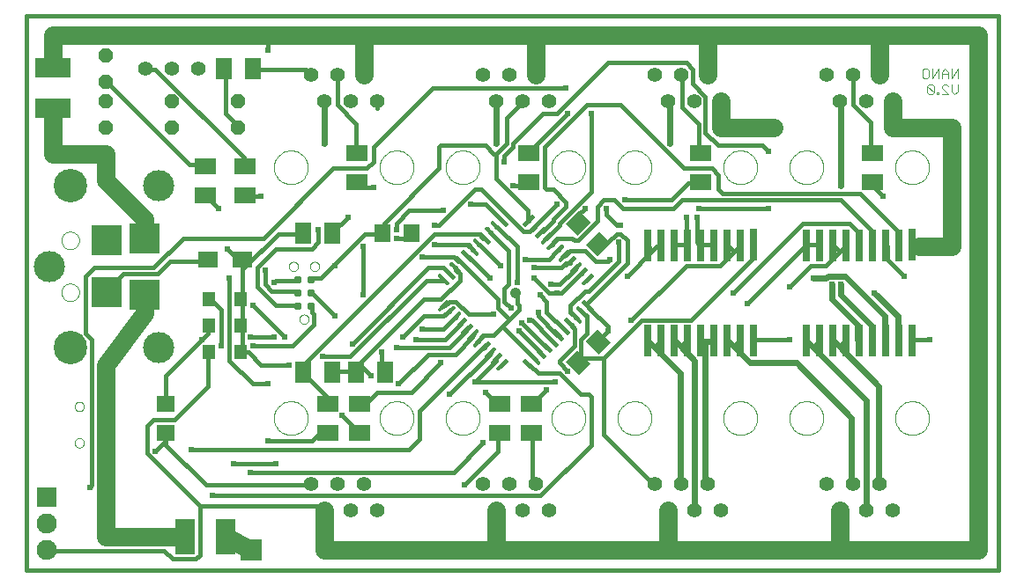
<source format=gbl>
G75*
G70*
%OFA0B0*%
%FSLAX24Y24*%
%IPPOS*%
%LPD*%
%AMOC8*
5,1,8,0,0,1.08239X$1,22.5*
%
%ADD10C,0.0160*%
%ADD11C,0.0030*%
%ADD12C,0.0310*%
%ADD13C,0.0000*%
%ADD14R,0.0760X0.0760*%
%ADD15C,0.0760*%
%ADD16R,0.0630X0.0787*%
%ADD17R,0.0630X0.0709*%
%ADD18C,0.0554*%
%ADD19R,0.0787X0.0630*%
%ADD20R,0.0260X0.1200*%
%ADD21C,0.1181*%
%ADD22C,0.1266*%
%ADD23R,0.1181X0.1181*%
%ADD24OC8,0.0520*%
%ADD25R,0.1339X0.0748*%
%ADD26R,0.0748X0.1339*%
%ADD27R,0.0748X0.0630*%
%ADD28R,0.0472X0.0551*%
%ADD29R,0.0709X0.0630*%
%ADD30C,0.0551*%
%ADD31C,0.0142*%
%ADD32C,0.0394*%
%ADD33C,0.0180*%
%ADD34C,0.0300*%
%ADD35C,0.0700*%
%ADD36C,0.0240*%
%ADD37R,0.0827X0.0827*%
%ADD38C,0.0240*%
D10*
X000620Y000267D02*
X037370Y000267D01*
X037370Y021267D01*
X000620Y021267D01*
X000620Y000267D01*
D11*
X034504Y018943D02*
X034504Y019190D01*
X034565Y019252D01*
X034689Y019252D01*
X034750Y019190D01*
X034750Y018943D01*
X034689Y018882D01*
X034565Y018882D01*
X034504Y018943D01*
X034872Y018882D02*
X034872Y019252D01*
X035119Y019252D02*
X034872Y018882D01*
X034873Y018652D02*
X034749Y018652D01*
X034688Y018590D01*
X034935Y018343D01*
X034873Y018282D01*
X034749Y018282D01*
X034688Y018343D01*
X034688Y018590D01*
X034873Y018652D02*
X034935Y018590D01*
X034935Y018343D01*
X035057Y018343D02*
X035057Y018282D01*
X035119Y018282D01*
X035119Y018343D01*
X035057Y018343D01*
X035240Y018282D02*
X035487Y018282D01*
X035240Y018529D01*
X035240Y018590D01*
X035302Y018652D01*
X035425Y018652D01*
X035487Y018590D01*
X035608Y018652D02*
X035608Y018405D01*
X035732Y018282D01*
X035855Y018405D01*
X035855Y018652D01*
X035855Y018882D02*
X035855Y019252D01*
X035608Y018882D01*
X035608Y019252D01*
X035487Y019129D02*
X035364Y019252D01*
X035240Y019129D01*
X035240Y018882D01*
X035119Y018882D02*
X035119Y019252D01*
X035240Y019067D02*
X035487Y019067D01*
X035487Y019129D02*
X035487Y018882D01*
D12*
X011370Y011267D03*
X010870Y011267D03*
X010870Y010767D03*
X010870Y010267D03*
X011370Y010267D03*
X011370Y010767D03*
D13*
X010945Y009767D02*
X010947Y009793D01*
X010953Y009819D01*
X010962Y009843D01*
X010975Y009866D01*
X010992Y009886D01*
X011011Y009904D01*
X011033Y009919D01*
X011056Y009930D01*
X011081Y009938D01*
X011107Y009942D01*
X011133Y009942D01*
X011159Y009938D01*
X011184Y009930D01*
X011208Y009919D01*
X011229Y009904D01*
X011248Y009886D01*
X011265Y009866D01*
X011278Y009843D01*
X011287Y009819D01*
X011293Y009793D01*
X011295Y009767D01*
X011293Y009741D01*
X011287Y009715D01*
X011278Y009691D01*
X011265Y009668D01*
X011248Y009648D01*
X011229Y009630D01*
X011207Y009615D01*
X011184Y009604D01*
X011159Y009596D01*
X011133Y009592D01*
X011107Y009592D01*
X011081Y009596D01*
X011056Y009604D01*
X011032Y009615D01*
X011011Y009630D01*
X010992Y009648D01*
X010975Y009668D01*
X010962Y009691D01*
X010953Y009715D01*
X010947Y009741D01*
X010945Y009767D01*
X010545Y011767D02*
X010547Y011793D01*
X010553Y011819D01*
X010562Y011843D01*
X010575Y011866D01*
X010592Y011886D01*
X010611Y011904D01*
X010633Y011919D01*
X010656Y011930D01*
X010681Y011938D01*
X010707Y011942D01*
X010733Y011942D01*
X010759Y011938D01*
X010784Y011930D01*
X010808Y011919D01*
X010829Y011904D01*
X010848Y011886D01*
X010865Y011866D01*
X010878Y011843D01*
X010887Y011819D01*
X010893Y011793D01*
X010895Y011767D01*
X010893Y011741D01*
X010887Y011715D01*
X010878Y011691D01*
X010865Y011668D01*
X010848Y011648D01*
X010829Y011630D01*
X010807Y011615D01*
X010784Y011604D01*
X010759Y011596D01*
X010733Y011592D01*
X010707Y011592D01*
X010681Y011596D01*
X010656Y011604D01*
X010632Y011615D01*
X010611Y011630D01*
X010592Y011648D01*
X010575Y011668D01*
X010562Y011691D01*
X010553Y011715D01*
X010547Y011741D01*
X010545Y011767D01*
X011345Y011767D02*
X011347Y011793D01*
X011353Y011819D01*
X011362Y011843D01*
X011375Y011866D01*
X011392Y011886D01*
X011411Y011904D01*
X011433Y011919D01*
X011456Y011930D01*
X011481Y011938D01*
X011507Y011942D01*
X011533Y011942D01*
X011559Y011938D01*
X011584Y011930D01*
X011608Y011919D01*
X011629Y011904D01*
X011648Y011886D01*
X011665Y011866D01*
X011678Y011843D01*
X011687Y011819D01*
X011693Y011793D01*
X011695Y011767D01*
X011693Y011741D01*
X011687Y011715D01*
X011678Y011691D01*
X011665Y011668D01*
X011648Y011648D01*
X011629Y011630D01*
X011607Y011615D01*
X011584Y011604D01*
X011559Y011596D01*
X011533Y011592D01*
X011507Y011592D01*
X011481Y011596D01*
X011456Y011604D01*
X011432Y011615D01*
X011411Y011630D01*
X011392Y011648D01*
X011375Y011668D01*
X011362Y011691D01*
X011353Y011715D01*
X011347Y011741D01*
X011345Y011767D01*
X009980Y015517D02*
X009982Y015567D01*
X009988Y015617D01*
X009998Y015666D01*
X010011Y015715D01*
X010029Y015762D01*
X010050Y015808D01*
X010074Y015851D01*
X010102Y015893D01*
X010133Y015933D01*
X010167Y015970D01*
X010204Y016004D01*
X010244Y016035D01*
X010286Y016063D01*
X010329Y016087D01*
X010375Y016108D01*
X010422Y016126D01*
X010471Y016139D01*
X010520Y016149D01*
X010570Y016155D01*
X010620Y016157D01*
X010670Y016155D01*
X010720Y016149D01*
X010769Y016139D01*
X010818Y016126D01*
X010865Y016108D01*
X010911Y016087D01*
X010954Y016063D01*
X010996Y016035D01*
X011036Y016004D01*
X011073Y015970D01*
X011107Y015933D01*
X011138Y015893D01*
X011166Y015851D01*
X011190Y015808D01*
X011211Y015762D01*
X011229Y015715D01*
X011242Y015666D01*
X011252Y015617D01*
X011258Y015567D01*
X011260Y015517D01*
X011258Y015467D01*
X011252Y015417D01*
X011242Y015368D01*
X011229Y015319D01*
X011211Y015272D01*
X011190Y015226D01*
X011166Y015183D01*
X011138Y015141D01*
X011107Y015101D01*
X011073Y015064D01*
X011036Y015030D01*
X010996Y014999D01*
X010954Y014971D01*
X010911Y014947D01*
X010865Y014926D01*
X010818Y014908D01*
X010769Y014895D01*
X010720Y014885D01*
X010670Y014879D01*
X010620Y014877D01*
X010570Y014879D01*
X010520Y014885D01*
X010471Y014895D01*
X010422Y014908D01*
X010375Y014926D01*
X010329Y014947D01*
X010286Y014971D01*
X010244Y014999D01*
X010204Y015030D01*
X010167Y015064D01*
X010133Y015101D01*
X010102Y015141D01*
X010074Y015183D01*
X010050Y015226D01*
X010029Y015272D01*
X010011Y015319D01*
X009998Y015368D01*
X009988Y015417D01*
X009982Y015467D01*
X009980Y015517D01*
X013980Y015517D02*
X013982Y015567D01*
X013988Y015617D01*
X013998Y015666D01*
X014011Y015715D01*
X014029Y015762D01*
X014050Y015808D01*
X014074Y015851D01*
X014102Y015893D01*
X014133Y015933D01*
X014167Y015970D01*
X014204Y016004D01*
X014244Y016035D01*
X014286Y016063D01*
X014329Y016087D01*
X014375Y016108D01*
X014422Y016126D01*
X014471Y016139D01*
X014520Y016149D01*
X014570Y016155D01*
X014620Y016157D01*
X014670Y016155D01*
X014720Y016149D01*
X014769Y016139D01*
X014818Y016126D01*
X014865Y016108D01*
X014911Y016087D01*
X014954Y016063D01*
X014996Y016035D01*
X015036Y016004D01*
X015073Y015970D01*
X015107Y015933D01*
X015138Y015893D01*
X015166Y015851D01*
X015190Y015808D01*
X015211Y015762D01*
X015229Y015715D01*
X015242Y015666D01*
X015252Y015617D01*
X015258Y015567D01*
X015260Y015517D01*
X015258Y015467D01*
X015252Y015417D01*
X015242Y015368D01*
X015229Y015319D01*
X015211Y015272D01*
X015190Y015226D01*
X015166Y015183D01*
X015138Y015141D01*
X015107Y015101D01*
X015073Y015064D01*
X015036Y015030D01*
X014996Y014999D01*
X014954Y014971D01*
X014911Y014947D01*
X014865Y014926D01*
X014818Y014908D01*
X014769Y014895D01*
X014720Y014885D01*
X014670Y014879D01*
X014620Y014877D01*
X014570Y014879D01*
X014520Y014885D01*
X014471Y014895D01*
X014422Y014908D01*
X014375Y014926D01*
X014329Y014947D01*
X014286Y014971D01*
X014244Y014999D01*
X014204Y015030D01*
X014167Y015064D01*
X014133Y015101D01*
X014102Y015141D01*
X014074Y015183D01*
X014050Y015226D01*
X014029Y015272D01*
X014011Y015319D01*
X013998Y015368D01*
X013988Y015417D01*
X013982Y015467D01*
X013980Y015517D01*
X016480Y015517D02*
X016482Y015567D01*
X016488Y015617D01*
X016498Y015666D01*
X016511Y015715D01*
X016529Y015762D01*
X016550Y015808D01*
X016574Y015851D01*
X016602Y015893D01*
X016633Y015933D01*
X016667Y015970D01*
X016704Y016004D01*
X016744Y016035D01*
X016786Y016063D01*
X016829Y016087D01*
X016875Y016108D01*
X016922Y016126D01*
X016971Y016139D01*
X017020Y016149D01*
X017070Y016155D01*
X017120Y016157D01*
X017170Y016155D01*
X017220Y016149D01*
X017269Y016139D01*
X017318Y016126D01*
X017365Y016108D01*
X017411Y016087D01*
X017454Y016063D01*
X017496Y016035D01*
X017536Y016004D01*
X017573Y015970D01*
X017607Y015933D01*
X017638Y015893D01*
X017666Y015851D01*
X017690Y015808D01*
X017711Y015762D01*
X017729Y015715D01*
X017742Y015666D01*
X017752Y015617D01*
X017758Y015567D01*
X017760Y015517D01*
X017758Y015467D01*
X017752Y015417D01*
X017742Y015368D01*
X017729Y015319D01*
X017711Y015272D01*
X017690Y015226D01*
X017666Y015183D01*
X017638Y015141D01*
X017607Y015101D01*
X017573Y015064D01*
X017536Y015030D01*
X017496Y014999D01*
X017454Y014971D01*
X017411Y014947D01*
X017365Y014926D01*
X017318Y014908D01*
X017269Y014895D01*
X017220Y014885D01*
X017170Y014879D01*
X017120Y014877D01*
X017070Y014879D01*
X017020Y014885D01*
X016971Y014895D01*
X016922Y014908D01*
X016875Y014926D01*
X016829Y014947D01*
X016786Y014971D01*
X016744Y014999D01*
X016704Y015030D01*
X016667Y015064D01*
X016633Y015101D01*
X016602Y015141D01*
X016574Y015183D01*
X016550Y015226D01*
X016529Y015272D01*
X016511Y015319D01*
X016498Y015368D01*
X016488Y015417D01*
X016482Y015467D01*
X016480Y015517D01*
X020480Y015517D02*
X020482Y015567D01*
X020488Y015617D01*
X020498Y015666D01*
X020511Y015715D01*
X020529Y015762D01*
X020550Y015808D01*
X020574Y015851D01*
X020602Y015893D01*
X020633Y015933D01*
X020667Y015970D01*
X020704Y016004D01*
X020744Y016035D01*
X020786Y016063D01*
X020829Y016087D01*
X020875Y016108D01*
X020922Y016126D01*
X020971Y016139D01*
X021020Y016149D01*
X021070Y016155D01*
X021120Y016157D01*
X021170Y016155D01*
X021220Y016149D01*
X021269Y016139D01*
X021318Y016126D01*
X021365Y016108D01*
X021411Y016087D01*
X021454Y016063D01*
X021496Y016035D01*
X021536Y016004D01*
X021573Y015970D01*
X021607Y015933D01*
X021638Y015893D01*
X021666Y015851D01*
X021690Y015808D01*
X021711Y015762D01*
X021729Y015715D01*
X021742Y015666D01*
X021752Y015617D01*
X021758Y015567D01*
X021760Y015517D01*
X021758Y015467D01*
X021752Y015417D01*
X021742Y015368D01*
X021729Y015319D01*
X021711Y015272D01*
X021690Y015226D01*
X021666Y015183D01*
X021638Y015141D01*
X021607Y015101D01*
X021573Y015064D01*
X021536Y015030D01*
X021496Y014999D01*
X021454Y014971D01*
X021411Y014947D01*
X021365Y014926D01*
X021318Y014908D01*
X021269Y014895D01*
X021220Y014885D01*
X021170Y014879D01*
X021120Y014877D01*
X021070Y014879D01*
X021020Y014885D01*
X020971Y014895D01*
X020922Y014908D01*
X020875Y014926D01*
X020829Y014947D01*
X020786Y014971D01*
X020744Y014999D01*
X020704Y015030D01*
X020667Y015064D01*
X020633Y015101D01*
X020602Y015141D01*
X020574Y015183D01*
X020550Y015226D01*
X020529Y015272D01*
X020511Y015319D01*
X020498Y015368D01*
X020488Y015417D01*
X020482Y015467D01*
X020480Y015517D01*
X022980Y015517D02*
X022982Y015567D01*
X022988Y015617D01*
X022998Y015666D01*
X023011Y015715D01*
X023029Y015762D01*
X023050Y015808D01*
X023074Y015851D01*
X023102Y015893D01*
X023133Y015933D01*
X023167Y015970D01*
X023204Y016004D01*
X023244Y016035D01*
X023286Y016063D01*
X023329Y016087D01*
X023375Y016108D01*
X023422Y016126D01*
X023471Y016139D01*
X023520Y016149D01*
X023570Y016155D01*
X023620Y016157D01*
X023670Y016155D01*
X023720Y016149D01*
X023769Y016139D01*
X023818Y016126D01*
X023865Y016108D01*
X023911Y016087D01*
X023954Y016063D01*
X023996Y016035D01*
X024036Y016004D01*
X024073Y015970D01*
X024107Y015933D01*
X024138Y015893D01*
X024166Y015851D01*
X024190Y015808D01*
X024211Y015762D01*
X024229Y015715D01*
X024242Y015666D01*
X024252Y015617D01*
X024258Y015567D01*
X024260Y015517D01*
X024258Y015467D01*
X024252Y015417D01*
X024242Y015368D01*
X024229Y015319D01*
X024211Y015272D01*
X024190Y015226D01*
X024166Y015183D01*
X024138Y015141D01*
X024107Y015101D01*
X024073Y015064D01*
X024036Y015030D01*
X023996Y014999D01*
X023954Y014971D01*
X023911Y014947D01*
X023865Y014926D01*
X023818Y014908D01*
X023769Y014895D01*
X023720Y014885D01*
X023670Y014879D01*
X023620Y014877D01*
X023570Y014879D01*
X023520Y014885D01*
X023471Y014895D01*
X023422Y014908D01*
X023375Y014926D01*
X023329Y014947D01*
X023286Y014971D01*
X023244Y014999D01*
X023204Y015030D01*
X023167Y015064D01*
X023133Y015101D01*
X023102Y015141D01*
X023074Y015183D01*
X023050Y015226D01*
X023029Y015272D01*
X023011Y015319D01*
X022998Y015368D01*
X022988Y015417D01*
X022982Y015467D01*
X022980Y015517D01*
X026980Y015517D02*
X026982Y015567D01*
X026988Y015617D01*
X026998Y015666D01*
X027011Y015715D01*
X027029Y015762D01*
X027050Y015808D01*
X027074Y015851D01*
X027102Y015893D01*
X027133Y015933D01*
X027167Y015970D01*
X027204Y016004D01*
X027244Y016035D01*
X027286Y016063D01*
X027329Y016087D01*
X027375Y016108D01*
X027422Y016126D01*
X027471Y016139D01*
X027520Y016149D01*
X027570Y016155D01*
X027620Y016157D01*
X027670Y016155D01*
X027720Y016149D01*
X027769Y016139D01*
X027818Y016126D01*
X027865Y016108D01*
X027911Y016087D01*
X027954Y016063D01*
X027996Y016035D01*
X028036Y016004D01*
X028073Y015970D01*
X028107Y015933D01*
X028138Y015893D01*
X028166Y015851D01*
X028190Y015808D01*
X028211Y015762D01*
X028229Y015715D01*
X028242Y015666D01*
X028252Y015617D01*
X028258Y015567D01*
X028260Y015517D01*
X028258Y015467D01*
X028252Y015417D01*
X028242Y015368D01*
X028229Y015319D01*
X028211Y015272D01*
X028190Y015226D01*
X028166Y015183D01*
X028138Y015141D01*
X028107Y015101D01*
X028073Y015064D01*
X028036Y015030D01*
X027996Y014999D01*
X027954Y014971D01*
X027911Y014947D01*
X027865Y014926D01*
X027818Y014908D01*
X027769Y014895D01*
X027720Y014885D01*
X027670Y014879D01*
X027620Y014877D01*
X027570Y014879D01*
X027520Y014885D01*
X027471Y014895D01*
X027422Y014908D01*
X027375Y014926D01*
X027329Y014947D01*
X027286Y014971D01*
X027244Y014999D01*
X027204Y015030D01*
X027167Y015064D01*
X027133Y015101D01*
X027102Y015141D01*
X027074Y015183D01*
X027050Y015226D01*
X027029Y015272D01*
X027011Y015319D01*
X026998Y015368D01*
X026988Y015417D01*
X026982Y015467D01*
X026980Y015517D01*
X029480Y015517D02*
X029482Y015567D01*
X029488Y015617D01*
X029498Y015666D01*
X029511Y015715D01*
X029529Y015762D01*
X029550Y015808D01*
X029574Y015851D01*
X029602Y015893D01*
X029633Y015933D01*
X029667Y015970D01*
X029704Y016004D01*
X029744Y016035D01*
X029786Y016063D01*
X029829Y016087D01*
X029875Y016108D01*
X029922Y016126D01*
X029971Y016139D01*
X030020Y016149D01*
X030070Y016155D01*
X030120Y016157D01*
X030170Y016155D01*
X030220Y016149D01*
X030269Y016139D01*
X030318Y016126D01*
X030365Y016108D01*
X030411Y016087D01*
X030454Y016063D01*
X030496Y016035D01*
X030536Y016004D01*
X030573Y015970D01*
X030607Y015933D01*
X030638Y015893D01*
X030666Y015851D01*
X030690Y015808D01*
X030711Y015762D01*
X030729Y015715D01*
X030742Y015666D01*
X030752Y015617D01*
X030758Y015567D01*
X030760Y015517D01*
X030758Y015467D01*
X030752Y015417D01*
X030742Y015368D01*
X030729Y015319D01*
X030711Y015272D01*
X030690Y015226D01*
X030666Y015183D01*
X030638Y015141D01*
X030607Y015101D01*
X030573Y015064D01*
X030536Y015030D01*
X030496Y014999D01*
X030454Y014971D01*
X030411Y014947D01*
X030365Y014926D01*
X030318Y014908D01*
X030269Y014895D01*
X030220Y014885D01*
X030170Y014879D01*
X030120Y014877D01*
X030070Y014879D01*
X030020Y014885D01*
X029971Y014895D01*
X029922Y014908D01*
X029875Y014926D01*
X029829Y014947D01*
X029786Y014971D01*
X029744Y014999D01*
X029704Y015030D01*
X029667Y015064D01*
X029633Y015101D01*
X029602Y015141D01*
X029574Y015183D01*
X029550Y015226D01*
X029529Y015272D01*
X029511Y015319D01*
X029498Y015368D01*
X029488Y015417D01*
X029482Y015467D01*
X029480Y015517D01*
X033480Y015517D02*
X033482Y015567D01*
X033488Y015617D01*
X033498Y015666D01*
X033511Y015715D01*
X033529Y015762D01*
X033550Y015808D01*
X033574Y015851D01*
X033602Y015893D01*
X033633Y015933D01*
X033667Y015970D01*
X033704Y016004D01*
X033744Y016035D01*
X033786Y016063D01*
X033829Y016087D01*
X033875Y016108D01*
X033922Y016126D01*
X033971Y016139D01*
X034020Y016149D01*
X034070Y016155D01*
X034120Y016157D01*
X034170Y016155D01*
X034220Y016149D01*
X034269Y016139D01*
X034318Y016126D01*
X034365Y016108D01*
X034411Y016087D01*
X034454Y016063D01*
X034496Y016035D01*
X034536Y016004D01*
X034573Y015970D01*
X034607Y015933D01*
X034638Y015893D01*
X034666Y015851D01*
X034690Y015808D01*
X034711Y015762D01*
X034729Y015715D01*
X034742Y015666D01*
X034752Y015617D01*
X034758Y015567D01*
X034760Y015517D01*
X034758Y015467D01*
X034752Y015417D01*
X034742Y015368D01*
X034729Y015319D01*
X034711Y015272D01*
X034690Y015226D01*
X034666Y015183D01*
X034638Y015141D01*
X034607Y015101D01*
X034573Y015064D01*
X034536Y015030D01*
X034496Y014999D01*
X034454Y014971D01*
X034411Y014947D01*
X034365Y014926D01*
X034318Y014908D01*
X034269Y014895D01*
X034220Y014885D01*
X034170Y014879D01*
X034120Y014877D01*
X034070Y014879D01*
X034020Y014885D01*
X033971Y014895D01*
X033922Y014908D01*
X033875Y014926D01*
X033829Y014947D01*
X033786Y014971D01*
X033744Y014999D01*
X033704Y015030D01*
X033667Y015064D01*
X033633Y015101D01*
X033602Y015141D01*
X033574Y015183D01*
X033550Y015226D01*
X033529Y015272D01*
X033511Y015319D01*
X033498Y015368D01*
X033488Y015417D01*
X033482Y015467D01*
X033480Y015517D01*
X033480Y006017D02*
X033482Y006067D01*
X033488Y006117D01*
X033498Y006166D01*
X033511Y006215D01*
X033529Y006262D01*
X033550Y006308D01*
X033574Y006351D01*
X033602Y006393D01*
X033633Y006433D01*
X033667Y006470D01*
X033704Y006504D01*
X033744Y006535D01*
X033786Y006563D01*
X033829Y006587D01*
X033875Y006608D01*
X033922Y006626D01*
X033971Y006639D01*
X034020Y006649D01*
X034070Y006655D01*
X034120Y006657D01*
X034170Y006655D01*
X034220Y006649D01*
X034269Y006639D01*
X034318Y006626D01*
X034365Y006608D01*
X034411Y006587D01*
X034454Y006563D01*
X034496Y006535D01*
X034536Y006504D01*
X034573Y006470D01*
X034607Y006433D01*
X034638Y006393D01*
X034666Y006351D01*
X034690Y006308D01*
X034711Y006262D01*
X034729Y006215D01*
X034742Y006166D01*
X034752Y006117D01*
X034758Y006067D01*
X034760Y006017D01*
X034758Y005967D01*
X034752Y005917D01*
X034742Y005868D01*
X034729Y005819D01*
X034711Y005772D01*
X034690Y005726D01*
X034666Y005683D01*
X034638Y005641D01*
X034607Y005601D01*
X034573Y005564D01*
X034536Y005530D01*
X034496Y005499D01*
X034454Y005471D01*
X034411Y005447D01*
X034365Y005426D01*
X034318Y005408D01*
X034269Y005395D01*
X034220Y005385D01*
X034170Y005379D01*
X034120Y005377D01*
X034070Y005379D01*
X034020Y005385D01*
X033971Y005395D01*
X033922Y005408D01*
X033875Y005426D01*
X033829Y005447D01*
X033786Y005471D01*
X033744Y005499D01*
X033704Y005530D01*
X033667Y005564D01*
X033633Y005601D01*
X033602Y005641D01*
X033574Y005683D01*
X033550Y005726D01*
X033529Y005772D01*
X033511Y005819D01*
X033498Y005868D01*
X033488Y005917D01*
X033482Y005967D01*
X033480Y006017D01*
X029480Y006017D02*
X029482Y006067D01*
X029488Y006117D01*
X029498Y006166D01*
X029511Y006215D01*
X029529Y006262D01*
X029550Y006308D01*
X029574Y006351D01*
X029602Y006393D01*
X029633Y006433D01*
X029667Y006470D01*
X029704Y006504D01*
X029744Y006535D01*
X029786Y006563D01*
X029829Y006587D01*
X029875Y006608D01*
X029922Y006626D01*
X029971Y006639D01*
X030020Y006649D01*
X030070Y006655D01*
X030120Y006657D01*
X030170Y006655D01*
X030220Y006649D01*
X030269Y006639D01*
X030318Y006626D01*
X030365Y006608D01*
X030411Y006587D01*
X030454Y006563D01*
X030496Y006535D01*
X030536Y006504D01*
X030573Y006470D01*
X030607Y006433D01*
X030638Y006393D01*
X030666Y006351D01*
X030690Y006308D01*
X030711Y006262D01*
X030729Y006215D01*
X030742Y006166D01*
X030752Y006117D01*
X030758Y006067D01*
X030760Y006017D01*
X030758Y005967D01*
X030752Y005917D01*
X030742Y005868D01*
X030729Y005819D01*
X030711Y005772D01*
X030690Y005726D01*
X030666Y005683D01*
X030638Y005641D01*
X030607Y005601D01*
X030573Y005564D01*
X030536Y005530D01*
X030496Y005499D01*
X030454Y005471D01*
X030411Y005447D01*
X030365Y005426D01*
X030318Y005408D01*
X030269Y005395D01*
X030220Y005385D01*
X030170Y005379D01*
X030120Y005377D01*
X030070Y005379D01*
X030020Y005385D01*
X029971Y005395D01*
X029922Y005408D01*
X029875Y005426D01*
X029829Y005447D01*
X029786Y005471D01*
X029744Y005499D01*
X029704Y005530D01*
X029667Y005564D01*
X029633Y005601D01*
X029602Y005641D01*
X029574Y005683D01*
X029550Y005726D01*
X029529Y005772D01*
X029511Y005819D01*
X029498Y005868D01*
X029488Y005917D01*
X029482Y005967D01*
X029480Y006017D01*
X026980Y006017D02*
X026982Y006067D01*
X026988Y006117D01*
X026998Y006166D01*
X027011Y006215D01*
X027029Y006262D01*
X027050Y006308D01*
X027074Y006351D01*
X027102Y006393D01*
X027133Y006433D01*
X027167Y006470D01*
X027204Y006504D01*
X027244Y006535D01*
X027286Y006563D01*
X027329Y006587D01*
X027375Y006608D01*
X027422Y006626D01*
X027471Y006639D01*
X027520Y006649D01*
X027570Y006655D01*
X027620Y006657D01*
X027670Y006655D01*
X027720Y006649D01*
X027769Y006639D01*
X027818Y006626D01*
X027865Y006608D01*
X027911Y006587D01*
X027954Y006563D01*
X027996Y006535D01*
X028036Y006504D01*
X028073Y006470D01*
X028107Y006433D01*
X028138Y006393D01*
X028166Y006351D01*
X028190Y006308D01*
X028211Y006262D01*
X028229Y006215D01*
X028242Y006166D01*
X028252Y006117D01*
X028258Y006067D01*
X028260Y006017D01*
X028258Y005967D01*
X028252Y005917D01*
X028242Y005868D01*
X028229Y005819D01*
X028211Y005772D01*
X028190Y005726D01*
X028166Y005683D01*
X028138Y005641D01*
X028107Y005601D01*
X028073Y005564D01*
X028036Y005530D01*
X027996Y005499D01*
X027954Y005471D01*
X027911Y005447D01*
X027865Y005426D01*
X027818Y005408D01*
X027769Y005395D01*
X027720Y005385D01*
X027670Y005379D01*
X027620Y005377D01*
X027570Y005379D01*
X027520Y005385D01*
X027471Y005395D01*
X027422Y005408D01*
X027375Y005426D01*
X027329Y005447D01*
X027286Y005471D01*
X027244Y005499D01*
X027204Y005530D01*
X027167Y005564D01*
X027133Y005601D01*
X027102Y005641D01*
X027074Y005683D01*
X027050Y005726D01*
X027029Y005772D01*
X027011Y005819D01*
X026998Y005868D01*
X026988Y005917D01*
X026982Y005967D01*
X026980Y006017D01*
X022980Y006017D02*
X022982Y006067D01*
X022988Y006117D01*
X022998Y006166D01*
X023011Y006215D01*
X023029Y006262D01*
X023050Y006308D01*
X023074Y006351D01*
X023102Y006393D01*
X023133Y006433D01*
X023167Y006470D01*
X023204Y006504D01*
X023244Y006535D01*
X023286Y006563D01*
X023329Y006587D01*
X023375Y006608D01*
X023422Y006626D01*
X023471Y006639D01*
X023520Y006649D01*
X023570Y006655D01*
X023620Y006657D01*
X023670Y006655D01*
X023720Y006649D01*
X023769Y006639D01*
X023818Y006626D01*
X023865Y006608D01*
X023911Y006587D01*
X023954Y006563D01*
X023996Y006535D01*
X024036Y006504D01*
X024073Y006470D01*
X024107Y006433D01*
X024138Y006393D01*
X024166Y006351D01*
X024190Y006308D01*
X024211Y006262D01*
X024229Y006215D01*
X024242Y006166D01*
X024252Y006117D01*
X024258Y006067D01*
X024260Y006017D01*
X024258Y005967D01*
X024252Y005917D01*
X024242Y005868D01*
X024229Y005819D01*
X024211Y005772D01*
X024190Y005726D01*
X024166Y005683D01*
X024138Y005641D01*
X024107Y005601D01*
X024073Y005564D01*
X024036Y005530D01*
X023996Y005499D01*
X023954Y005471D01*
X023911Y005447D01*
X023865Y005426D01*
X023818Y005408D01*
X023769Y005395D01*
X023720Y005385D01*
X023670Y005379D01*
X023620Y005377D01*
X023570Y005379D01*
X023520Y005385D01*
X023471Y005395D01*
X023422Y005408D01*
X023375Y005426D01*
X023329Y005447D01*
X023286Y005471D01*
X023244Y005499D01*
X023204Y005530D01*
X023167Y005564D01*
X023133Y005601D01*
X023102Y005641D01*
X023074Y005683D01*
X023050Y005726D01*
X023029Y005772D01*
X023011Y005819D01*
X022998Y005868D01*
X022988Y005917D01*
X022982Y005967D01*
X022980Y006017D01*
X020480Y006017D02*
X020482Y006067D01*
X020488Y006117D01*
X020498Y006166D01*
X020511Y006215D01*
X020529Y006262D01*
X020550Y006308D01*
X020574Y006351D01*
X020602Y006393D01*
X020633Y006433D01*
X020667Y006470D01*
X020704Y006504D01*
X020744Y006535D01*
X020786Y006563D01*
X020829Y006587D01*
X020875Y006608D01*
X020922Y006626D01*
X020971Y006639D01*
X021020Y006649D01*
X021070Y006655D01*
X021120Y006657D01*
X021170Y006655D01*
X021220Y006649D01*
X021269Y006639D01*
X021318Y006626D01*
X021365Y006608D01*
X021411Y006587D01*
X021454Y006563D01*
X021496Y006535D01*
X021536Y006504D01*
X021573Y006470D01*
X021607Y006433D01*
X021638Y006393D01*
X021666Y006351D01*
X021690Y006308D01*
X021711Y006262D01*
X021729Y006215D01*
X021742Y006166D01*
X021752Y006117D01*
X021758Y006067D01*
X021760Y006017D01*
X021758Y005967D01*
X021752Y005917D01*
X021742Y005868D01*
X021729Y005819D01*
X021711Y005772D01*
X021690Y005726D01*
X021666Y005683D01*
X021638Y005641D01*
X021607Y005601D01*
X021573Y005564D01*
X021536Y005530D01*
X021496Y005499D01*
X021454Y005471D01*
X021411Y005447D01*
X021365Y005426D01*
X021318Y005408D01*
X021269Y005395D01*
X021220Y005385D01*
X021170Y005379D01*
X021120Y005377D01*
X021070Y005379D01*
X021020Y005385D01*
X020971Y005395D01*
X020922Y005408D01*
X020875Y005426D01*
X020829Y005447D01*
X020786Y005471D01*
X020744Y005499D01*
X020704Y005530D01*
X020667Y005564D01*
X020633Y005601D01*
X020602Y005641D01*
X020574Y005683D01*
X020550Y005726D01*
X020529Y005772D01*
X020511Y005819D01*
X020498Y005868D01*
X020488Y005917D01*
X020482Y005967D01*
X020480Y006017D01*
X016480Y006017D02*
X016482Y006067D01*
X016488Y006117D01*
X016498Y006166D01*
X016511Y006215D01*
X016529Y006262D01*
X016550Y006308D01*
X016574Y006351D01*
X016602Y006393D01*
X016633Y006433D01*
X016667Y006470D01*
X016704Y006504D01*
X016744Y006535D01*
X016786Y006563D01*
X016829Y006587D01*
X016875Y006608D01*
X016922Y006626D01*
X016971Y006639D01*
X017020Y006649D01*
X017070Y006655D01*
X017120Y006657D01*
X017170Y006655D01*
X017220Y006649D01*
X017269Y006639D01*
X017318Y006626D01*
X017365Y006608D01*
X017411Y006587D01*
X017454Y006563D01*
X017496Y006535D01*
X017536Y006504D01*
X017573Y006470D01*
X017607Y006433D01*
X017638Y006393D01*
X017666Y006351D01*
X017690Y006308D01*
X017711Y006262D01*
X017729Y006215D01*
X017742Y006166D01*
X017752Y006117D01*
X017758Y006067D01*
X017760Y006017D01*
X017758Y005967D01*
X017752Y005917D01*
X017742Y005868D01*
X017729Y005819D01*
X017711Y005772D01*
X017690Y005726D01*
X017666Y005683D01*
X017638Y005641D01*
X017607Y005601D01*
X017573Y005564D01*
X017536Y005530D01*
X017496Y005499D01*
X017454Y005471D01*
X017411Y005447D01*
X017365Y005426D01*
X017318Y005408D01*
X017269Y005395D01*
X017220Y005385D01*
X017170Y005379D01*
X017120Y005377D01*
X017070Y005379D01*
X017020Y005385D01*
X016971Y005395D01*
X016922Y005408D01*
X016875Y005426D01*
X016829Y005447D01*
X016786Y005471D01*
X016744Y005499D01*
X016704Y005530D01*
X016667Y005564D01*
X016633Y005601D01*
X016602Y005641D01*
X016574Y005683D01*
X016550Y005726D01*
X016529Y005772D01*
X016511Y005819D01*
X016498Y005868D01*
X016488Y005917D01*
X016482Y005967D01*
X016480Y006017D01*
X013980Y006017D02*
X013982Y006067D01*
X013988Y006117D01*
X013998Y006166D01*
X014011Y006215D01*
X014029Y006262D01*
X014050Y006308D01*
X014074Y006351D01*
X014102Y006393D01*
X014133Y006433D01*
X014167Y006470D01*
X014204Y006504D01*
X014244Y006535D01*
X014286Y006563D01*
X014329Y006587D01*
X014375Y006608D01*
X014422Y006626D01*
X014471Y006639D01*
X014520Y006649D01*
X014570Y006655D01*
X014620Y006657D01*
X014670Y006655D01*
X014720Y006649D01*
X014769Y006639D01*
X014818Y006626D01*
X014865Y006608D01*
X014911Y006587D01*
X014954Y006563D01*
X014996Y006535D01*
X015036Y006504D01*
X015073Y006470D01*
X015107Y006433D01*
X015138Y006393D01*
X015166Y006351D01*
X015190Y006308D01*
X015211Y006262D01*
X015229Y006215D01*
X015242Y006166D01*
X015252Y006117D01*
X015258Y006067D01*
X015260Y006017D01*
X015258Y005967D01*
X015252Y005917D01*
X015242Y005868D01*
X015229Y005819D01*
X015211Y005772D01*
X015190Y005726D01*
X015166Y005683D01*
X015138Y005641D01*
X015107Y005601D01*
X015073Y005564D01*
X015036Y005530D01*
X014996Y005499D01*
X014954Y005471D01*
X014911Y005447D01*
X014865Y005426D01*
X014818Y005408D01*
X014769Y005395D01*
X014720Y005385D01*
X014670Y005379D01*
X014620Y005377D01*
X014570Y005379D01*
X014520Y005385D01*
X014471Y005395D01*
X014422Y005408D01*
X014375Y005426D01*
X014329Y005447D01*
X014286Y005471D01*
X014244Y005499D01*
X014204Y005530D01*
X014167Y005564D01*
X014133Y005601D01*
X014102Y005641D01*
X014074Y005683D01*
X014050Y005726D01*
X014029Y005772D01*
X014011Y005819D01*
X013998Y005868D01*
X013988Y005917D01*
X013982Y005967D01*
X013980Y006017D01*
X009980Y006017D02*
X009982Y006067D01*
X009988Y006117D01*
X009998Y006166D01*
X010011Y006215D01*
X010029Y006262D01*
X010050Y006308D01*
X010074Y006351D01*
X010102Y006393D01*
X010133Y006433D01*
X010167Y006470D01*
X010204Y006504D01*
X010244Y006535D01*
X010286Y006563D01*
X010329Y006587D01*
X010375Y006608D01*
X010422Y006626D01*
X010471Y006639D01*
X010520Y006649D01*
X010570Y006655D01*
X010620Y006657D01*
X010670Y006655D01*
X010720Y006649D01*
X010769Y006639D01*
X010818Y006626D01*
X010865Y006608D01*
X010911Y006587D01*
X010954Y006563D01*
X010996Y006535D01*
X011036Y006504D01*
X011073Y006470D01*
X011107Y006433D01*
X011138Y006393D01*
X011166Y006351D01*
X011190Y006308D01*
X011211Y006262D01*
X011229Y006215D01*
X011242Y006166D01*
X011252Y006117D01*
X011258Y006067D01*
X011260Y006017D01*
X011258Y005967D01*
X011252Y005917D01*
X011242Y005868D01*
X011229Y005819D01*
X011211Y005772D01*
X011190Y005726D01*
X011166Y005683D01*
X011138Y005641D01*
X011107Y005601D01*
X011073Y005564D01*
X011036Y005530D01*
X010996Y005499D01*
X010954Y005471D01*
X010911Y005447D01*
X010865Y005426D01*
X010818Y005408D01*
X010769Y005395D01*
X010720Y005385D01*
X010670Y005379D01*
X010620Y005377D01*
X010570Y005379D01*
X010520Y005385D01*
X010471Y005395D01*
X010422Y005408D01*
X010375Y005426D01*
X010329Y005447D01*
X010286Y005471D01*
X010244Y005499D01*
X010204Y005530D01*
X010167Y005564D01*
X010133Y005601D01*
X010102Y005641D01*
X010074Y005683D01*
X010050Y005726D01*
X010029Y005772D01*
X010011Y005819D01*
X009998Y005868D01*
X009988Y005917D01*
X009982Y005967D01*
X009980Y006017D01*
X002443Y006456D02*
X002445Y006482D01*
X002451Y006508D01*
X002461Y006533D01*
X002474Y006556D01*
X002490Y006576D01*
X002510Y006594D01*
X002532Y006609D01*
X002555Y006621D01*
X002581Y006629D01*
X002607Y006633D01*
X002633Y006633D01*
X002659Y006629D01*
X002685Y006621D01*
X002709Y006609D01*
X002730Y006594D01*
X002750Y006576D01*
X002766Y006556D01*
X002779Y006533D01*
X002789Y006508D01*
X002795Y006482D01*
X002797Y006456D01*
X002795Y006430D01*
X002789Y006404D01*
X002779Y006379D01*
X002766Y006356D01*
X002750Y006336D01*
X002730Y006318D01*
X002708Y006303D01*
X002685Y006291D01*
X002659Y006283D01*
X002633Y006279D01*
X002607Y006279D01*
X002581Y006283D01*
X002555Y006291D01*
X002531Y006303D01*
X002510Y006318D01*
X002490Y006336D01*
X002474Y006356D01*
X002461Y006379D01*
X002451Y006404D01*
X002445Y006430D01*
X002443Y006456D01*
X002443Y005078D02*
X002445Y005104D01*
X002451Y005130D01*
X002461Y005155D01*
X002474Y005178D01*
X002490Y005198D01*
X002510Y005216D01*
X002532Y005231D01*
X002555Y005243D01*
X002581Y005251D01*
X002607Y005255D01*
X002633Y005255D01*
X002659Y005251D01*
X002685Y005243D01*
X002709Y005231D01*
X002730Y005216D01*
X002750Y005198D01*
X002766Y005178D01*
X002779Y005155D01*
X002789Y005130D01*
X002795Y005104D01*
X002797Y005078D01*
X002795Y005052D01*
X002789Y005026D01*
X002779Y005001D01*
X002766Y004978D01*
X002750Y004958D01*
X002730Y004940D01*
X002708Y004925D01*
X002685Y004913D01*
X002659Y004905D01*
X002633Y004901D01*
X002607Y004901D01*
X002581Y004905D01*
X002555Y004913D01*
X002531Y004925D01*
X002510Y004940D01*
X002490Y004958D01*
X002474Y004978D01*
X002461Y005001D01*
X002451Y005026D01*
X002445Y005052D01*
X002443Y005078D01*
X001939Y010782D02*
X001941Y010818D01*
X001947Y010854D01*
X001957Y010889D01*
X001970Y010923D01*
X001987Y010955D01*
X002007Y010985D01*
X002031Y011012D01*
X002057Y011037D01*
X002086Y011059D01*
X002117Y011078D01*
X002150Y011093D01*
X002184Y011105D01*
X002220Y011113D01*
X002256Y011117D01*
X002292Y011117D01*
X002328Y011113D01*
X002364Y011105D01*
X002398Y011093D01*
X002431Y011078D01*
X002462Y011059D01*
X002491Y011037D01*
X002517Y011012D01*
X002541Y010985D01*
X002561Y010955D01*
X002578Y010923D01*
X002591Y010889D01*
X002601Y010854D01*
X002607Y010818D01*
X002609Y010782D01*
X002607Y010746D01*
X002601Y010710D01*
X002591Y010675D01*
X002578Y010641D01*
X002561Y010609D01*
X002541Y010579D01*
X002517Y010552D01*
X002491Y010527D01*
X002462Y010505D01*
X002431Y010486D01*
X002398Y010471D01*
X002364Y010459D01*
X002328Y010451D01*
X002292Y010447D01*
X002256Y010447D01*
X002220Y010451D01*
X002184Y010459D01*
X002150Y010471D01*
X002117Y010486D01*
X002086Y010505D01*
X002057Y010527D01*
X002031Y010552D01*
X002007Y010579D01*
X001987Y010609D01*
X001970Y010641D01*
X001957Y010675D01*
X001947Y010710D01*
X001941Y010746D01*
X001939Y010782D01*
X001939Y012751D02*
X001941Y012787D01*
X001947Y012823D01*
X001957Y012858D01*
X001970Y012892D01*
X001987Y012924D01*
X002007Y012954D01*
X002031Y012981D01*
X002057Y013006D01*
X002086Y013028D01*
X002117Y013047D01*
X002150Y013062D01*
X002184Y013074D01*
X002220Y013082D01*
X002256Y013086D01*
X002292Y013086D01*
X002328Y013082D01*
X002364Y013074D01*
X002398Y013062D01*
X002431Y013047D01*
X002462Y013028D01*
X002491Y013006D01*
X002517Y012981D01*
X002541Y012954D01*
X002561Y012924D01*
X002578Y012892D01*
X002591Y012858D01*
X002601Y012823D01*
X002607Y012787D01*
X002609Y012751D01*
X002607Y012715D01*
X002601Y012679D01*
X002591Y012644D01*
X002578Y012610D01*
X002561Y012578D01*
X002541Y012548D01*
X002517Y012521D01*
X002491Y012496D01*
X002462Y012474D01*
X002431Y012455D01*
X002398Y012440D01*
X002364Y012428D01*
X002328Y012420D01*
X002292Y012416D01*
X002256Y012416D01*
X002220Y012420D01*
X002184Y012428D01*
X002150Y012440D01*
X002117Y012455D01*
X002086Y012474D01*
X002057Y012496D01*
X002031Y012521D01*
X002007Y012548D01*
X001987Y012578D01*
X001970Y012610D01*
X001957Y012644D01*
X001947Y012679D01*
X001941Y012715D01*
X001939Y012751D01*
D14*
X001370Y003017D03*
D15*
X001370Y002017D03*
X001370Y001017D03*
D16*
X011069Y007767D03*
X012172Y007767D03*
X013069Y007767D03*
X014172Y007767D03*
X012172Y013017D03*
X011069Y013017D03*
X009172Y019267D03*
X008069Y019267D03*
D17*
X014069Y013017D03*
X015172Y013017D03*
G36*
X021508Y013879D02*
X021954Y013433D01*
X021454Y012933D01*
X021008Y013379D01*
X021508Y013879D01*
G37*
G36*
X022287Y013100D02*
X022733Y012654D01*
X022233Y012154D01*
X021787Y012600D01*
X022287Y013100D01*
G37*
G36*
X021787Y008933D02*
X022233Y009379D01*
X022733Y008879D01*
X022287Y008433D01*
X021787Y008933D01*
G37*
G36*
X021008Y008154D02*
X021454Y008600D01*
X021954Y008100D01*
X021508Y007654D01*
X021008Y008154D01*
G37*
D18*
X019870Y003517D03*
X018870Y003517D03*
X017870Y003517D03*
X018370Y002517D03*
X019370Y002517D03*
X020370Y002517D03*
X024370Y003517D03*
X025370Y003517D03*
X026370Y003517D03*
X025870Y002517D03*
X024870Y002517D03*
X026870Y002517D03*
X030870Y003517D03*
X031870Y003517D03*
X032870Y003517D03*
X032370Y002517D03*
X033370Y002517D03*
X031370Y002517D03*
X013870Y002517D03*
X012870Y002517D03*
X011870Y002517D03*
X011370Y003517D03*
X012370Y003517D03*
X013370Y003517D03*
X012870Y018017D03*
X013870Y018017D03*
X013370Y019017D03*
X012370Y019017D03*
X011370Y019017D03*
X011870Y018017D03*
X017870Y019017D03*
X018870Y019017D03*
X019870Y019017D03*
X019370Y018017D03*
X018370Y018017D03*
X020370Y018017D03*
X024370Y019017D03*
X025370Y019017D03*
X026370Y019017D03*
X025870Y018017D03*
X024870Y018017D03*
X026870Y018017D03*
X030870Y019017D03*
X031870Y019017D03*
X032870Y019017D03*
X032370Y018017D03*
X033370Y018017D03*
X031370Y018017D03*
D19*
X032620Y016068D03*
X032620Y014965D03*
X026120Y014965D03*
X026120Y016068D03*
X019620Y016068D03*
X019620Y014965D03*
X013120Y014965D03*
X013120Y016068D03*
X008870Y015568D03*
X007370Y015568D03*
X007370Y014465D03*
X008870Y014465D03*
X012020Y006568D03*
X013220Y006568D03*
X013220Y005465D03*
X012020Y005465D03*
X018520Y005465D03*
X019720Y005465D03*
X019720Y006568D03*
X018520Y006568D03*
D20*
X024120Y008962D03*
X024620Y008962D03*
X025120Y008962D03*
X025620Y008962D03*
X026120Y008962D03*
X026620Y008962D03*
X027120Y008962D03*
X027620Y008962D03*
X028120Y008962D03*
X030120Y008962D03*
X030620Y008962D03*
X031120Y008962D03*
X031620Y008962D03*
X032120Y008962D03*
X032620Y008962D03*
X033120Y008962D03*
X033620Y008962D03*
X034120Y008962D03*
X033620Y012572D03*
X033120Y012572D03*
X032620Y012572D03*
X032120Y012572D03*
X031620Y012572D03*
X031120Y012572D03*
X030620Y012572D03*
X030120Y012572D03*
X028120Y012587D03*
X027620Y012572D03*
X027120Y012572D03*
X026620Y012572D03*
X026120Y012572D03*
X025620Y012572D03*
X025120Y012572D03*
X024620Y012572D03*
X024120Y012572D03*
X034120Y012587D03*
D21*
X005620Y014838D03*
X001486Y011767D03*
X005620Y008696D03*
D22*
X002274Y008696D03*
X002274Y014838D03*
D23*
X005089Y012830D03*
X003652Y012751D03*
X003652Y010782D03*
X005089Y010704D03*
D24*
X006120Y017017D03*
X006120Y018017D03*
X008620Y018017D03*
X008620Y017017D03*
X003620Y017017D03*
X003620Y018017D03*
X003620Y018767D03*
X003620Y019767D03*
D25*
X001620Y019284D03*
X001620Y017749D03*
D26*
X006603Y001517D03*
X008138Y001517D03*
D27*
X008770Y012017D03*
X007471Y012017D03*
D28*
X007530Y010517D03*
X008711Y010517D03*
X008711Y009517D03*
X007530Y009517D03*
X007530Y008517D03*
X008711Y008517D03*
D29*
X005870Y006568D03*
X005870Y005465D03*
D30*
X006120Y019267D03*
X007120Y019267D03*
X005120Y019267D03*
D31*
X017192Y011780D02*
X017216Y011804D01*
X017192Y011780D02*
X016904Y012068D01*
X016928Y012092D01*
X017216Y011804D01*
X017099Y011921D02*
X017051Y011921D01*
X016958Y012062D02*
X016910Y012062D01*
X016994Y011581D02*
X016970Y011557D01*
X016682Y011845D01*
X016706Y011869D01*
X016994Y011581D01*
X016877Y011698D02*
X016829Y011698D01*
X016736Y011839D02*
X016688Y011839D01*
X016771Y011358D02*
X016747Y011334D01*
X016459Y011622D01*
X016483Y011646D01*
X016771Y011358D01*
X016654Y011475D02*
X016606Y011475D01*
X016513Y011616D02*
X016465Y011616D01*
X016548Y011136D02*
X016524Y011112D01*
X016236Y011400D01*
X016260Y011424D01*
X016548Y011136D01*
X016431Y011253D02*
X016383Y011253D01*
X016290Y011394D02*
X016242Y011394D01*
X017415Y012003D02*
X017439Y012027D01*
X017415Y012003D02*
X017127Y012291D01*
X017151Y012315D01*
X017439Y012027D01*
X017322Y012144D02*
X017274Y012144D01*
X017181Y012285D02*
X017133Y012285D01*
X017638Y012225D02*
X017662Y012249D01*
X017638Y012225D02*
X017350Y012513D01*
X017374Y012537D01*
X017662Y012249D01*
X017545Y012366D02*
X017497Y012366D01*
X017404Y012507D02*
X017356Y012507D01*
X017860Y012448D02*
X017884Y012472D01*
X017860Y012448D02*
X017572Y012736D01*
X017596Y012760D01*
X017884Y012472D01*
X017767Y012589D02*
X017719Y012589D01*
X017626Y012730D02*
X017578Y012730D01*
X018083Y012671D02*
X018107Y012695D01*
X018083Y012671D02*
X017795Y012959D01*
X017819Y012983D01*
X018107Y012695D01*
X017990Y012812D02*
X017942Y012812D01*
X017849Y012953D02*
X017801Y012953D01*
X018306Y012893D02*
X018330Y012917D01*
X018306Y012893D02*
X018018Y013181D01*
X018042Y013205D01*
X018330Y012917D01*
X018213Y013034D02*
X018165Y013034D01*
X018072Y013175D02*
X018024Y013175D01*
X018529Y013116D02*
X018553Y013140D01*
X018529Y013116D02*
X018241Y013404D01*
X018265Y013428D01*
X018553Y013140D01*
X018436Y013257D02*
X018388Y013257D01*
X018295Y013398D02*
X018247Y013398D01*
X018751Y013339D02*
X018775Y013363D01*
X018751Y013339D02*
X018463Y013627D01*
X018487Y013651D01*
X018775Y013363D01*
X018658Y013480D02*
X018610Y013480D01*
X018517Y013621D02*
X018469Y013621D01*
X019489Y013339D02*
X019777Y013627D01*
X019489Y013339D02*
X019465Y013363D01*
X019753Y013651D01*
X019777Y013627D01*
X019630Y013480D02*
X019582Y013480D01*
X019723Y013621D02*
X019771Y013621D01*
X020000Y013404D02*
X019712Y013116D01*
X019688Y013140D01*
X019976Y013428D01*
X020000Y013404D01*
X019853Y013257D02*
X019805Y013257D01*
X019946Y013398D02*
X019994Y013398D01*
X020223Y013181D02*
X019935Y012893D01*
X019911Y012917D01*
X020199Y013205D01*
X020223Y013181D01*
X020076Y013034D02*
X020028Y013034D01*
X020169Y013175D02*
X020217Y013175D01*
X020446Y012959D02*
X020158Y012671D01*
X020134Y012695D01*
X020422Y012983D01*
X020446Y012959D01*
X020299Y012812D02*
X020251Y012812D01*
X020392Y012953D02*
X020440Y012953D01*
X020668Y012736D02*
X020380Y012448D01*
X020356Y012472D01*
X020644Y012760D01*
X020668Y012736D01*
X020521Y012589D02*
X020473Y012589D01*
X020614Y012730D02*
X020662Y012730D01*
X020891Y012513D02*
X020603Y012225D01*
X020579Y012249D01*
X020867Y012537D01*
X020891Y012513D01*
X020744Y012366D02*
X020696Y012366D01*
X020837Y012507D02*
X020885Y012507D01*
X021114Y012291D02*
X020826Y012003D01*
X020802Y012027D01*
X021090Y012315D01*
X021114Y012291D01*
X020967Y012144D02*
X020919Y012144D01*
X021060Y012285D02*
X021108Y012285D01*
X021336Y012068D02*
X021048Y011780D01*
X021024Y011804D01*
X021312Y012092D01*
X021336Y012068D01*
X021189Y011921D02*
X021141Y011921D01*
X021282Y012062D02*
X021330Y012062D01*
X021559Y011845D02*
X021271Y011557D01*
X021247Y011581D01*
X021535Y011869D01*
X021559Y011845D01*
X021412Y011698D02*
X021364Y011698D01*
X021505Y011839D02*
X021553Y011839D01*
X021782Y011622D02*
X021494Y011334D01*
X021470Y011358D01*
X021758Y011646D01*
X021782Y011622D01*
X021635Y011475D02*
X021587Y011475D01*
X021728Y011616D02*
X021776Y011616D01*
X022005Y011400D02*
X021717Y011112D01*
X021693Y011136D01*
X021981Y011424D01*
X022005Y011400D01*
X021858Y011253D02*
X021810Y011253D01*
X021951Y011394D02*
X021999Y011394D01*
X022005Y010134D02*
X021981Y010110D01*
X021693Y010398D01*
X021717Y010422D01*
X022005Y010134D01*
X021888Y010251D02*
X021840Y010251D01*
X021747Y010392D02*
X021699Y010392D01*
X021782Y009911D02*
X021758Y009887D01*
X021470Y010175D01*
X021494Y010199D01*
X021782Y009911D01*
X021665Y010028D02*
X021617Y010028D01*
X021524Y010169D02*
X021476Y010169D01*
X021559Y009688D02*
X021535Y009664D01*
X021247Y009952D01*
X021271Y009976D01*
X021559Y009688D01*
X021442Y009805D02*
X021394Y009805D01*
X021301Y009946D02*
X021253Y009946D01*
X021336Y009465D02*
X021312Y009441D01*
X021024Y009729D01*
X021048Y009753D01*
X021336Y009465D01*
X021219Y009582D02*
X021171Y009582D01*
X021078Y009723D02*
X021030Y009723D01*
X021114Y009243D02*
X021090Y009219D01*
X020802Y009507D01*
X020826Y009531D01*
X021114Y009243D01*
X020997Y009360D02*
X020949Y009360D01*
X020856Y009501D02*
X020808Y009501D01*
X020891Y009020D02*
X020867Y008996D01*
X020579Y009284D01*
X020603Y009308D01*
X020891Y009020D01*
X020774Y009137D02*
X020726Y009137D01*
X020633Y009278D02*
X020585Y009278D01*
X020668Y008797D02*
X020644Y008773D01*
X020356Y009061D01*
X020380Y009085D01*
X020668Y008797D01*
X020551Y008914D02*
X020503Y008914D01*
X020410Y009055D02*
X020362Y009055D01*
X020446Y008575D02*
X020422Y008551D01*
X020134Y008839D01*
X020158Y008863D01*
X020446Y008575D01*
X020329Y008692D02*
X020281Y008692D01*
X020188Y008833D02*
X020140Y008833D01*
X020223Y008352D02*
X020199Y008328D01*
X019911Y008616D01*
X019935Y008640D01*
X020223Y008352D01*
X020106Y008469D02*
X020058Y008469D01*
X019965Y008610D02*
X019917Y008610D01*
X020000Y008129D02*
X019976Y008105D01*
X019688Y008393D01*
X019712Y008417D01*
X020000Y008129D01*
X019883Y008246D02*
X019835Y008246D01*
X019742Y008387D02*
X019694Y008387D01*
X019777Y007906D02*
X019753Y007882D01*
X019465Y008170D01*
X019489Y008194D01*
X019777Y007906D01*
X019660Y008023D02*
X019612Y008023D01*
X019519Y008164D02*
X019471Y008164D01*
X018775Y008170D02*
X018487Y007882D01*
X018463Y007906D01*
X018751Y008194D01*
X018775Y008170D01*
X018628Y008023D02*
X018580Y008023D01*
X018721Y008164D02*
X018769Y008164D01*
X018553Y008393D02*
X018265Y008105D01*
X018241Y008129D01*
X018529Y008417D01*
X018553Y008393D01*
X018406Y008246D02*
X018358Y008246D01*
X018499Y008387D02*
X018547Y008387D01*
X018330Y008616D02*
X018042Y008328D01*
X018018Y008352D01*
X018306Y008640D01*
X018330Y008616D01*
X018183Y008469D02*
X018135Y008469D01*
X018276Y008610D02*
X018324Y008610D01*
X018107Y008839D02*
X017819Y008551D01*
X017795Y008575D01*
X018083Y008863D01*
X018107Y008839D01*
X017960Y008692D02*
X017912Y008692D01*
X018053Y008833D02*
X018101Y008833D01*
X017884Y009061D02*
X017596Y008773D01*
X017572Y008797D01*
X017860Y009085D01*
X017884Y009061D01*
X017737Y008914D02*
X017689Y008914D01*
X017830Y009055D02*
X017878Y009055D01*
X017662Y009284D02*
X017374Y008996D01*
X017350Y009020D01*
X017638Y009308D01*
X017662Y009284D01*
X017515Y009137D02*
X017467Y009137D01*
X017608Y009278D02*
X017656Y009278D01*
X017439Y009507D02*
X017151Y009219D01*
X017127Y009243D01*
X017415Y009531D01*
X017439Y009507D01*
X017292Y009360D02*
X017244Y009360D01*
X017385Y009501D02*
X017433Y009501D01*
X017216Y009729D02*
X016928Y009441D01*
X016904Y009465D01*
X017192Y009753D01*
X017216Y009729D01*
X017069Y009582D02*
X017021Y009582D01*
X017162Y009723D02*
X017210Y009723D01*
X016994Y009952D02*
X016706Y009664D01*
X016682Y009688D01*
X016970Y009976D01*
X016994Y009952D01*
X016847Y009805D02*
X016799Y009805D01*
X016940Y009946D02*
X016988Y009946D01*
X016771Y010175D02*
X016483Y009887D01*
X016459Y009911D01*
X016747Y010199D01*
X016771Y010175D01*
X016624Y010028D02*
X016576Y010028D01*
X016717Y010169D02*
X016765Y010169D01*
X016548Y010398D02*
X016260Y010110D01*
X016236Y010134D01*
X016524Y010422D01*
X016548Y010398D01*
X016401Y010251D02*
X016353Y010251D01*
X016494Y010392D02*
X016542Y010392D01*
D32*
X019120Y010767D02*
X019121Y010767D01*
X019121Y010766D01*
X019120Y010766D01*
X019119Y010766D01*
X019119Y010767D01*
X019119Y010768D01*
X019120Y010768D01*
X019121Y010768D01*
X019121Y010767D01*
D33*
X019120Y010767D02*
X019180Y010757D01*
X019180Y010357D01*
X019260Y010277D01*
X019260Y010117D01*
X018900Y009757D01*
X018460Y010197D01*
X018460Y010517D01*
X017100Y011877D01*
X017060Y011936D01*
X016940Y011957D01*
X016780Y012117D01*
X015580Y012117D01*
X015820Y011717D02*
X012940Y008837D01*
X012860Y008357D02*
X011820Y008357D01*
X012172Y007767D02*
X012220Y007797D01*
X013020Y007797D01*
X013069Y007767D01*
X013260Y008037D01*
X013660Y007637D01*
X014060Y007877D02*
X014140Y007797D01*
X014172Y007767D01*
X014060Y007877D02*
X014060Y008517D01*
X014620Y008677D02*
X016620Y008677D01*
X017260Y009317D01*
X017283Y009375D01*
X017060Y009597D02*
X017020Y009557D01*
X016460Y008997D01*
X015340Y008997D01*
X014860Y009077D02*
X015660Y009877D01*
X016380Y009877D01*
X016540Y010037D01*
X016615Y010043D01*
X016460Y010277D02*
X016392Y010266D01*
X016460Y010277D02*
X016620Y010437D01*
X016860Y010437D01*
X017340Y009957D01*
X018300Y009957D01*
X018620Y009477D02*
X018900Y009757D01*
X019340Y009637D02*
X020220Y008757D01*
X020290Y008707D01*
X020060Y008517D02*
X020067Y008484D01*
X020060Y008517D02*
X019260Y009317D01*
X019660Y009717D02*
X019740Y009717D01*
X020460Y008997D01*
X020512Y008929D01*
X020700Y009157D02*
X020735Y009152D01*
X020700Y009157D02*
X019980Y009877D01*
X019980Y010037D01*
X020300Y010037D02*
X020300Y010437D01*
X020060Y010677D01*
X020380Y010757D02*
X020700Y010757D01*
X020860Y010757D01*
X021580Y011477D01*
X021626Y011490D01*
X021403Y011713D02*
X021340Y011637D01*
X020780Y011077D01*
X020460Y011077D01*
X020380Y010757D02*
X019820Y011317D01*
X019180Y011157D02*
X019180Y012517D01*
X018460Y013237D01*
X018397Y013272D01*
X018619Y013495D02*
X018540Y013557D01*
X017980Y014117D01*
X017420Y014117D01*
X017580Y014677D02*
X016220Y013317D01*
X016060Y013317D01*
X016060Y012997D02*
X011100Y008037D01*
X011100Y007797D01*
X011069Y007767D01*
X011100Y007717D01*
X011980Y006837D01*
X011980Y006597D01*
X012020Y006568D01*
X012540Y006117D02*
X013180Y005477D01*
X013220Y005465D01*
X012020Y005465D02*
X011980Y005397D01*
X011660Y005397D01*
X011420Y005157D01*
X009740Y005157D01*
X010060Y004277D02*
X008460Y004277D01*
X009100Y003957D02*
X016780Y003957D01*
X017900Y005077D01*
X018460Y005397D02*
X018520Y005465D01*
X018460Y005397D02*
X018460Y004757D01*
X017180Y003477D01*
X015500Y005237D02*
X015100Y004837D01*
X006860Y004837D01*
X005900Y004997D02*
X007420Y003477D01*
X011340Y003477D01*
X011370Y003517D01*
X011340Y003557D01*
X011580Y002677D02*
X011870Y002517D01*
X011580Y002677D02*
X007180Y002677D01*
X007180Y000837D01*
X007020Y000677D01*
X006140Y000677D01*
X005820Y000997D01*
X001420Y000997D01*
X001370Y001017D01*
X003020Y003397D02*
X003100Y003477D01*
X003100Y008997D01*
X002860Y009237D01*
X002860Y011397D01*
X003180Y011717D01*
X005420Y011717D01*
X006540Y012837D01*
X009580Y012837D01*
X012220Y015477D01*
X013500Y015477D01*
X013740Y015717D01*
X013740Y016277D01*
X015980Y018517D01*
X021020Y018517D01*
X021820Y017877D02*
X023100Y017877D01*
X025500Y015477D01*
X026540Y015477D01*
X026780Y015237D01*
X026780Y014677D01*
X026940Y014517D01*
X032140Y014517D01*
X033580Y013077D01*
X033620Y012572D01*
X033580Y012597D01*
X033580Y013077D01*
X033120Y012572D02*
X033180Y012517D01*
X033180Y012037D01*
X033820Y011397D01*
X032620Y012572D02*
X032620Y013077D01*
X031420Y014277D01*
X025420Y014277D01*
X025100Y013957D01*
X023180Y013957D01*
X022860Y014277D01*
X022460Y014277D01*
X022220Y014037D01*
X022220Y013477D01*
X021500Y012757D01*
X021340Y012757D01*
X021260Y012837D01*
X020700Y012837D01*
X020540Y012677D01*
X020512Y012604D01*
X020700Y012357D02*
X020735Y012381D01*
X020700Y012357D02*
X020380Y012037D01*
X019500Y012037D01*
X019820Y011717D02*
X020860Y011717D01*
X021020Y011877D01*
X021180Y011877D01*
X021180Y011936D01*
X021020Y012197D02*
X020958Y012159D01*
X021020Y012197D02*
X021180Y012357D01*
X021740Y012357D01*
X022140Y011957D01*
X022620Y011957D01*
X022700Y012037D01*
X023020Y011957D02*
X023020Y012677D01*
X023100Y012997D02*
X022940Y012997D01*
X022620Y012677D01*
X022300Y012677D01*
X022260Y012627D01*
X023100Y012997D02*
X023340Y012757D01*
X023340Y011877D01*
X021820Y010357D01*
X021849Y010266D01*
X021900Y010197D01*
X022620Y009477D01*
X022620Y009317D01*
X022220Y008917D01*
X022260Y008906D01*
X021820Y009237D02*
X021580Y008997D01*
X021580Y008277D01*
X021500Y008197D01*
X021481Y008127D01*
X021660Y008277D01*
X022460Y008277D01*
X022460Y005397D01*
X024300Y003557D01*
X024370Y003517D01*
X021980Y004997D02*
X020060Y003077D01*
X007660Y003077D01*
X007180Y002677D02*
X005180Y004677D01*
X005180Y005717D01*
X005420Y005957D01*
X006220Y005957D01*
X007500Y007237D01*
X007500Y008517D01*
X007530Y008517D01*
X007980Y008757D02*
X007980Y010117D01*
X007580Y010517D01*
X007530Y010517D01*
X008711Y010517D02*
X008780Y010597D01*
X008780Y011957D01*
X008770Y012017D01*
X008860Y011717D01*
X010140Y012997D01*
X011020Y012997D01*
X011069Y013017D01*
X011660Y013157D02*
X011660Y012677D01*
X011420Y012437D01*
X010060Y012437D01*
X009340Y011717D01*
X009340Y010997D01*
X010060Y010277D01*
X010860Y010277D01*
X010870Y010267D01*
X010870Y010767D02*
X010860Y010837D01*
X009900Y010837D01*
X009660Y011077D01*
X009660Y011637D01*
X010060Y011237D02*
X009980Y011157D01*
X010060Y011237D02*
X010860Y011237D01*
X010870Y011267D01*
X011370Y011267D02*
X011420Y011317D01*
X011740Y011317D01*
X012260Y011837D01*
X012300Y011797D01*
X012260Y011837D02*
X013420Y012997D01*
X014060Y012997D01*
X014069Y013017D01*
X014140Y013077D01*
X014140Y013397D01*
X016220Y015477D01*
X016220Y016277D01*
X016300Y016357D01*
X017980Y016357D01*
X018300Y016037D01*
X018380Y016037D01*
X018780Y016437D01*
X018780Y017397D01*
X019340Y017957D01*
X019370Y018017D01*
X020140Y017557D02*
X020700Y017557D01*
X022620Y019477D01*
X025580Y019477D01*
X025820Y019237D01*
X025820Y018677D01*
X026300Y018197D01*
X026300Y016837D01*
X026780Y016357D01*
X028460Y016357D01*
X028700Y016117D01*
X026120Y016068D02*
X026060Y016117D01*
X026060Y017157D01*
X025420Y017797D01*
X025420Y018997D01*
X025370Y019017D01*
X021980Y017557D02*
X021980Y014597D01*
X020780Y013397D01*
X020780Y013317D01*
X020300Y012837D01*
X020290Y012827D01*
X020140Y013077D02*
X020067Y013049D01*
X020140Y013077D02*
X020540Y013477D01*
X020540Y013557D01*
X021020Y014037D01*
X021020Y014197D01*
X020540Y014677D01*
X020300Y014677D01*
X020220Y014757D01*
X020220Y016277D01*
X021820Y017877D01*
X021100Y017557D02*
X019660Y016117D01*
X019620Y016068D01*
X019020Y016277D02*
X019020Y016437D01*
X020140Y017557D01*
X019020Y016277D02*
X018700Y015957D01*
X018700Y015717D01*
X018380Y016037D02*
X018380Y015077D01*
X019580Y013877D01*
X019580Y013557D01*
X019621Y013495D01*
X019844Y013272D02*
X019900Y013317D01*
X020700Y014117D01*
X021500Y013717D02*
X021500Y013477D01*
X021481Y013406D01*
X021500Y013717D02*
X021740Y013957D01*
X022540Y013957D02*
X022540Y013717D01*
X022940Y013317D01*
X023100Y013317D01*
X023260Y014277D02*
X025020Y014277D01*
X025660Y014917D01*
X026060Y014917D01*
X026120Y014965D01*
X026060Y013957D02*
X028700Y013957D01*
X029980Y013397D02*
X031740Y013397D01*
X032060Y013077D01*
X032060Y012597D01*
X032120Y012572D01*
X031620Y012572D02*
X031580Y012517D01*
X031380Y012317D01*
X031180Y012517D01*
X031120Y012572D01*
X031380Y012317D02*
X030860Y011797D01*
X030300Y011797D01*
X029500Y010997D01*
X030060Y012517D02*
X027900Y010357D01*
X027340Y010757D02*
X029980Y013397D01*
X030140Y012597D02*
X030120Y012572D01*
X030060Y012517D01*
X030140Y012597D02*
X030620Y012597D01*
X030620Y012572D01*
X028140Y012597D02*
X028120Y012587D01*
X028060Y012517D01*
X028060Y012037D01*
X025740Y009717D01*
X023900Y009717D01*
X022460Y008277D01*
X021340Y008757D02*
X020780Y008197D01*
X020780Y008117D01*
X021100Y007797D01*
X020780Y007717D02*
X021580Y006917D01*
X021900Y006917D01*
X021980Y006837D01*
X021980Y004997D01*
X019740Y005397D02*
X019740Y003637D01*
X019820Y003557D01*
X019870Y003517D01*
X019740Y005397D02*
X019720Y005465D01*
X019740Y006517D02*
X019720Y006568D01*
X019740Y006517D02*
X020300Y007077D01*
X020620Y007397D02*
X017580Y007397D01*
X018380Y008197D01*
X018397Y008261D01*
X018140Y008437D02*
X018174Y008484D01*
X018140Y008437D02*
X016620Y006917D01*
X015500Y006277D02*
X015500Y005237D01*
X015500Y006277D02*
X017900Y008677D01*
X017951Y008707D01*
X017728Y008929D02*
X017740Y008997D01*
X017900Y009157D01*
X018300Y009157D01*
X018620Y009477D01*
X019820Y008277D01*
X019844Y008261D01*
X019660Y008037D02*
X019621Y008038D01*
X019660Y008037D02*
X019980Y007717D01*
X020780Y007717D01*
X021340Y008757D02*
X021340Y009397D01*
X021260Y009477D01*
X021260Y009557D01*
X021180Y009597D01*
X020940Y009397D02*
X020958Y009375D01*
X020940Y009397D02*
X020300Y010037D01*
X021180Y010037D02*
X021340Y009877D01*
X021403Y009820D01*
X021180Y010037D02*
X021180Y010277D01*
X021740Y010837D01*
X021900Y010837D01*
X023020Y011957D01*
X023340Y011397D02*
X024300Y012357D01*
X024140Y012517D01*
X024120Y012572D01*
X024300Y012357D02*
X024460Y012517D01*
X024620Y012517D01*
X024620Y012572D01*
X025120Y012572D02*
X025180Y012597D01*
X025500Y012597D01*
X025620Y012572D01*
X025580Y012597D01*
X025580Y013637D01*
X025980Y013637D02*
X025980Y012677D01*
X026060Y012597D01*
X026120Y012572D01*
X026140Y012597D01*
X026620Y012597D01*
X026620Y012572D01*
X027120Y012572D02*
X027180Y012517D01*
X027380Y012317D01*
X026860Y011797D01*
X025580Y011797D01*
X023500Y009717D01*
X021820Y009877D02*
X021820Y009237D01*
X021820Y009877D02*
X021660Y010037D01*
X021626Y010043D01*
X018940Y010197D02*
X018700Y010437D01*
X018700Y010917D01*
X018860Y011077D01*
X018860Y012357D01*
X018220Y012997D01*
X018174Y013049D01*
X017951Y012827D02*
X017900Y012837D01*
X017740Y012997D01*
X016060Y012997D01*
X016060Y012597D02*
X017340Y012597D01*
X017500Y012437D01*
X017506Y012381D01*
X017340Y012117D02*
X017283Y012159D01*
X017340Y012117D02*
X018140Y011317D01*
X018540Y011797D02*
X017740Y012597D01*
X017728Y012604D01*
X017060Y011936D02*
X017020Y011957D01*
X016838Y011713D02*
X016860Y011637D01*
X017020Y011477D01*
X017020Y011237D01*
X016300Y010517D01*
X015660Y010517D01*
X013100Y007957D01*
X013100Y007797D01*
X013069Y007767D01*
X012860Y008357D02*
X015740Y011237D01*
X016380Y011237D01*
X016392Y011268D01*
X016615Y011490D02*
X016540Y011557D01*
X016380Y011717D01*
X015820Y011717D01*
X014940Y012837D02*
X014620Y012837D01*
X014620Y013157D02*
X014620Y013397D01*
X015100Y013877D01*
X016380Y013877D01*
X017580Y014677D02*
X017820Y014677D01*
X019420Y013077D01*
X019660Y013077D01*
X019820Y013237D01*
X019844Y013272D01*
X019500Y014837D02*
X019020Y014837D01*
X019500Y014837D02*
X019580Y014917D01*
X019620Y014965D01*
X015172Y013017D02*
X015100Y012997D01*
X014940Y012837D01*
X013340Y012517D02*
X013340Y010677D01*
X012300Y009877D02*
X011420Y010757D01*
X011370Y010767D01*
X011370Y010267D02*
X011420Y010197D01*
X011420Y010037D01*
X011500Y009957D01*
X011500Y009557D01*
X010700Y008757D01*
X009180Y008757D01*
X009020Y008517D02*
X008711Y008517D01*
X008780Y008517D01*
X008780Y009477D01*
X008711Y009517D01*
X008780Y009557D01*
X008780Y010517D01*
X008711Y010517D01*
X009180Y010277D02*
X010380Y009077D01*
X009980Y009077D02*
X009100Y009077D01*
X009020Y008517D02*
X009500Y008037D01*
X010540Y008037D01*
X009740Y007317D02*
X009180Y007317D01*
X008300Y008197D01*
X008300Y011317D01*
X008700Y011957D02*
X008770Y012017D01*
X008700Y011957D02*
X008220Y012437D01*
X007471Y012017D02*
X007420Y011957D01*
X006060Y011957D01*
X005580Y011477D01*
X004300Y011477D01*
X003660Y010837D01*
X003652Y010782D01*
X005900Y007637D02*
X007260Y008997D01*
X007500Y009237D01*
X007500Y009477D01*
X007530Y009517D01*
X005900Y007637D02*
X005900Y006677D01*
X005870Y006568D01*
X005900Y006597D01*
X005870Y005465D02*
X005900Y005317D01*
X005900Y005077D01*
X005820Y005077D01*
X005500Y004757D01*
X005900Y004997D02*
X005900Y005077D01*
X005900Y005397D02*
X005870Y005465D01*
X013220Y006568D02*
X013260Y006597D01*
X013500Y006597D01*
X013900Y006997D01*
X015180Y006997D01*
X016300Y008117D01*
X015820Y008437D02*
X014700Y007317D01*
X015820Y008437D02*
X016860Y008437D01*
X017500Y009077D01*
X017506Y009152D01*
X016838Y009820D02*
X016780Y009797D01*
X016380Y009397D01*
X015580Y009397D01*
X017980Y006997D02*
X018460Y006517D01*
X018520Y006568D01*
X028120Y008962D02*
X028140Y008997D01*
X029500Y008997D01*
X034120Y008962D02*
X034140Y008997D01*
X034780Y008997D01*
X027620Y012572D02*
X027580Y012517D01*
X027380Y012317D01*
X032620Y014837D02*
X032620Y014965D01*
X032620Y014837D02*
X033020Y014437D01*
X032620Y016068D02*
X032540Y016197D01*
X032540Y017237D01*
X031900Y017877D01*
X031900Y018997D01*
X031870Y019017D01*
X032580Y016117D02*
X032620Y016068D01*
X013940Y017957D02*
X013870Y018017D01*
X013940Y017957D02*
X013870Y017767D01*
X013100Y017157D02*
X012380Y017877D01*
X012380Y018997D01*
X012370Y019017D01*
X011370Y019017D02*
X011340Y019077D01*
X011180Y019237D01*
X009180Y019237D01*
X009172Y019267D01*
X009740Y019957D02*
X009740Y020517D01*
X008140Y019237D02*
X008069Y019267D01*
X008140Y019237D02*
X008140Y017557D01*
X008620Y017077D01*
X008620Y017017D01*
X008860Y015877D02*
X005500Y019237D01*
X005180Y019237D01*
X005120Y019267D01*
X003660Y018757D02*
X003620Y018767D01*
X003660Y018757D02*
X006780Y015637D01*
X007340Y015637D01*
X007370Y015568D01*
X008860Y015637D02*
X008870Y015568D01*
X008860Y015637D02*
X008860Y015877D01*
X008870Y014465D02*
X008940Y014437D01*
X009500Y014437D01*
X007900Y013957D02*
X007420Y014437D01*
X007370Y014465D01*
X005089Y013548D02*
X005090Y013515D01*
X005100Y013267D01*
X012172Y013017D02*
X012220Y013077D01*
X012780Y013637D01*
X013340Y014757D02*
X013180Y014917D01*
X013120Y014965D01*
X013340Y014757D02*
X013740Y014757D01*
X013120Y016068D02*
X013100Y016117D01*
X013100Y017157D01*
D34*
X034120Y012587D02*
X034370Y012587D01*
X034370Y012517D01*
D35*
X035620Y012517D01*
X035620Y017017D01*
X033370Y017017D01*
X033370Y018017D01*
X032870Y019017D02*
X032870Y020517D01*
X036620Y020517D01*
X036620Y001017D01*
X031370Y001017D01*
X031370Y002517D01*
X031370Y001017D02*
X024870Y001017D01*
X024870Y002517D01*
X024870Y001017D02*
X018370Y001017D01*
X018370Y002517D01*
X018370Y001017D02*
X011870Y001017D01*
X011870Y002517D01*
X009120Y001017D02*
X008138Y001517D01*
X006603Y001517D02*
X003620Y001517D01*
X003620Y008017D01*
X005089Y009985D01*
X005089Y010704D01*
X005090Y012830D02*
X005090Y013515D01*
X005089Y013548D02*
X003620Y015017D01*
X003620Y016017D01*
X001620Y016017D01*
X001620Y017749D01*
X001620Y019284D02*
X001620Y020517D01*
X009740Y020517D01*
X013370Y020517D01*
X013370Y019017D01*
X013370Y020517D02*
X019870Y020517D01*
X019870Y019017D01*
X019870Y020517D02*
X026370Y020517D01*
X026370Y019017D01*
X026870Y018017D02*
X026870Y017017D01*
X028870Y017017D01*
X026370Y020517D02*
X032870Y020517D01*
X005090Y012830D02*
X005089Y012830D01*
D36*
X007900Y013957D03*
X009500Y014437D03*
X011660Y013157D03*
X012780Y013637D03*
X014620Y013157D03*
X014620Y012837D03*
X013340Y012517D03*
X012300Y011797D03*
X013340Y010677D03*
X012300Y009877D03*
X012940Y008837D03*
X014060Y008517D03*
X014620Y008677D03*
X014860Y009077D03*
X015340Y008997D03*
X015580Y009397D03*
X016300Y008117D03*
X017580Y007397D03*
X017980Y006997D03*
X016620Y006917D03*
X014700Y007317D03*
X013660Y007637D03*
X011820Y008357D03*
X010540Y008037D03*
X009740Y007317D03*
X009180Y008757D03*
X009100Y009077D03*
X009980Y009077D03*
X010380Y009077D03*
X009180Y010277D03*
X009980Y011157D03*
X009660Y011637D03*
X008300Y011317D03*
X008220Y012437D03*
X013740Y014757D03*
X016060Y013317D03*
X016380Y013877D03*
X017420Y014117D03*
X019020Y014837D03*
X018700Y015717D03*
X018380Y016437D03*
X021100Y017557D03*
X021980Y017557D03*
X021020Y018517D03*
X024940Y016437D03*
X023260Y014277D03*
X022540Y013957D03*
X021740Y013957D03*
X020700Y014117D03*
X023100Y013317D03*
X023020Y012677D03*
X022700Y012037D03*
X023340Y011397D03*
X023500Y009717D03*
X022620Y009317D03*
X020700Y010757D03*
X020460Y011077D03*
X020060Y010677D03*
X019180Y011157D03*
X019820Y011317D03*
X019820Y011717D03*
X019500Y012037D03*
X018540Y011797D03*
X018140Y011317D03*
X018940Y010197D03*
X018300Y009957D03*
X019340Y009637D03*
X019260Y009317D03*
X019660Y009717D03*
X019980Y010037D03*
X021100Y007797D03*
X020620Y007397D03*
X020300Y007077D03*
X017900Y005077D03*
X017180Y003477D03*
X012540Y006117D03*
X009740Y005157D03*
X010060Y004277D03*
X009100Y003957D03*
X008460Y004277D03*
X006860Y004837D03*
X005500Y004757D03*
X003020Y003397D03*
X007660Y003077D03*
X007980Y008757D03*
X007260Y008997D03*
X015580Y012117D03*
X016060Y012597D03*
X011900Y016437D03*
X009740Y019957D03*
X025580Y013637D03*
X025980Y013637D03*
X026060Y013957D03*
X028700Y013957D03*
X031420Y014837D03*
X033020Y014437D03*
X028700Y016117D03*
X030380Y011317D03*
X031100Y011077D03*
X031420Y011077D03*
X032700Y010757D03*
X033820Y011397D03*
X034780Y008997D03*
X029500Y008997D03*
X027900Y010357D03*
X027340Y010757D03*
X029500Y010997D03*
D37*
X009120Y001017D03*
D38*
X024140Y008917D02*
X024380Y008677D01*
X024620Y008917D01*
X024620Y008962D01*
X024380Y008677D02*
X025340Y007717D01*
X025340Y003557D01*
X025370Y003517D01*
X026300Y003557D02*
X026370Y003517D01*
X026300Y003557D02*
X026300Y008757D01*
X026220Y008837D01*
X026300Y008917D01*
X026620Y008917D01*
X026620Y008962D01*
X026220Y008837D02*
X026140Y008917D01*
X026120Y008962D01*
X025620Y008962D02*
X025580Y008917D01*
X025380Y008717D01*
X025900Y008197D01*
X025900Y002517D01*
X025870Y002517D01*
X031820Y003557D02*
X031820Y006037D01*
X029740Y008117D01*
X027980Y008117D01*
X027380Y008717D01*
X027580Y008917D01*
X027620Y008962D01*
X027380Y008717D02*
X027180Y008917D01*
X027120Y008962D01*
X025380Y008717D02*
X025180Y008917D01*
X025120Y008962D01*
X024140Y008917D02*
X024120Y008962D01*
X030120Y008962D02*
X030140Y008917D01*
X030380Y008677D01*
X030620Y008917D01*
X030620Y008962D01*
X030380Y008677D02*
X032380Y006677D01*
X032380Y002517D01*
X032370Y002517D01*
X031870Y003517D02*
X031820Y003557D01*
X032860Y003557D02*
X032870Y003517D01*
X032860Y003557D02*
X032860Y007237D01*
X031380Y008717D01*
X031580Y008917D01*
X031620Y008962D01*
X031380Y008717D02*
X031180Y008917D01*
X031120Y008962D01*
X032060Y008997D02*
X032060Y009557D01*
X031100Y010517D01*
X031100Y011077D01*
X031420Y011077D02*
X031420Y010677D01*
X032620Y009477D01*
X032620Y008962D01*
X032120Y008962D02*
X032060Y008997D01*
X033100Y008997D02*
X033120Y008962D01*
X033100Y008997D02*
X033100Y009877D01*
X031580Y011397D01*
X030940Y011397D01*
X030860Y011317D01*
X030380Y011317D01*
X032700Y010757D02*
X033580Y009877D01*
X033580Y008997D01*
X033620Y008962D01*
X031420Y014837D02*
X031420Y017957D01*
X031370Y018017D01*
X024940Y017957D02*
X024940Y016437D01*
X024940Y017957D02*
X024870Y018017D01*
X018380Y017957D02*
X018380Y016437D01*
X018380Y017957D02*
X018370Y018017D01*
X011900Y017957D02*
X011900Y016437D01*
X011900Y017957D02*
X011870Y018017D01*
M02*

</source>
